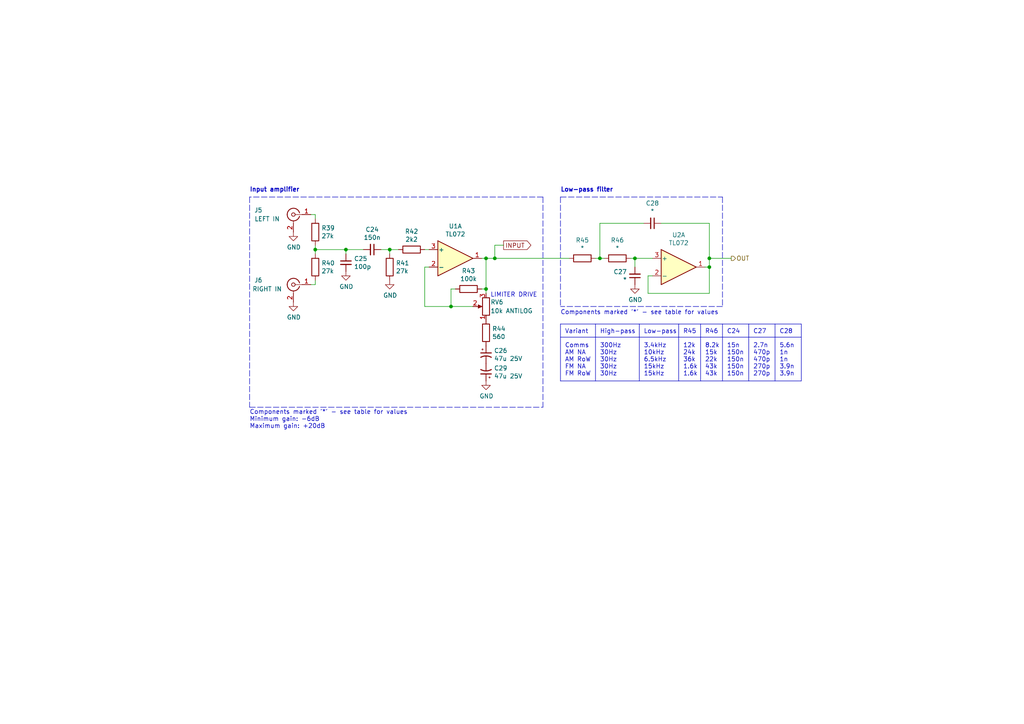
<source format=kicad_sch>
(kicad_sch (version 20211123) (generator eeschema)
  (paper "A4")
  (title_block (title "D4 Damager") (date "2021-01-08") (rev "1") (company "Copyright © 2020 Tarot Systems"))
  (lib_symbols
    (symbol "Amplifier_Operational:TL072" (pin_names (offset 0.127))
      (property "Reference" "U" (at 0 5.08 0))
      (property "Value" "TL072" (at 0 -5.08 0))
      (symbol "TL072_1_1"
        (polyline (pts (xy -5.08 5.08) (xy 5.08 0) (xy -5.08 -5.08) (xy -5.08 5.08)) (stroke (width 0.254)) (fill (type background)))
        (pin output line (at 7.62 0 180) (length 2.54) (name "~") (number "1"))
        (pin input line (at -7.62 -2.54 0) (length 2.54) (name "-") (number "2"))
        (pin input line (at -7.62 2.54 0) (length 2.54) (name "+") (number "3"))
      )
      (symbol "TL072_2_1"
        (polyline (pts (xy -5.08 5.08) (xy 5.08 0) (xy -5.08 -5.08) (xy -5.08 5.08)) (stroke (width 0.254)) (fill (type background)))
        (pin input line (at -7.62 2.54 0) (length 2.54) (name "+") (number "5"))
        (pin input line (at -7.62 -2.54 0) (length 2.54) (name "-") (number "6"))
        (pin output line (at 7.62 0 180) (length 2.54) (name "~") (number "7"))
      )
      (symbol "TL072_3_1"
        (pin power_in line (at -2.54 -7.62 90) (length 3.81) (name "V-") (number "4"))
        (pin power_in line (at -2.54 7.62 270) (length 3.81) (name "V+") (number "8"))
      )
    )
    (symbol "Connector:Conn_Coaxial" (pin_names (offset 1.016) hide)
      (property "Reference" "J" (at 0.254 3.048 0))
      (property "Value" "Conn_Coaxial" (at 2.921 0 90))
      (symbol "Conn_Coaxial_0_1"
        (arc (start -1.778 -0.508) (mid 0.2311 -1.8066) (end 1.778 0) (stroke (width 0.254)))
        (polyline (pts (xy -2.54 0) (xy -0.508 0)))
        (polyline (pts (xy 0 -2.54) (xy 0 -1.778)))
        (circle (center 0 0) (radius 0.508) (stroke (width 0.2032)))
        (arc (start 1.778 0) (mid 0.2099 1.8101) (end -1.778 0.508) (stroke (width 0.254)))
      )
      (symbol "Conn_Coaxial_1_1"
        (pin passive line (at -5.08 0 0) (length 2.54) (name "In") (number "1"))
        (pin passive line (at 0 -5.08 90) (length 2.54) (name "Ext") (number "2"))
      )
    )
    (symbol "Device:C_Small" (pin_numbers hide) (pin_names (offset 0.254) hide)
      (property "Reference" "C" (at 0.254 1.778 0))
      (property "Value" "C_Small" (at 0.254 -2.032 0))
      (symbol "C_Small_0_1"
        (polyline (pts (xy -1.524 -0.508) (xy 1.524 -0.508)) (stroke (width 0.3302)))
        (polyline (pts (xy -1.524 0.508) (xy 1.524 0.508)) (stroke (width 0.3048)))
      )
      (symbol "C_Small_1_1"
        (pin passive line (at 0 2.54 270) (length 2.032) (name "~") (number "1"))
        (pin passive line (at 0 -2.54 90) (length 2.032) (name "~") (number "2"))
      )
    )
    (symbol "Device:R" (pin_numbers hide) (pin_names (offset 0))
      (property "Reference" "R" (at 2.032 0 90))
      (property "Value" "R" (at 0 0 90))
      (symbol "R_0_1"
        (rectangle (start -1.016 -2.54) (end 1.016 2.54) (stroke (width 0.254)))
      )
      (symbol "R_1_1"
        (pin passive line (at 0 3.81 270) (length 1.27) (name "~") (number "1"))
        (pin passive line (at 0 -3.81 90) (length 1.27) (name "~") (number "2"))
      )
    )
    (symbol "amproc-rescue:CP1_Small-Device" (pin_numbers hide) (pin_names (offset 0.254) hide)
      (property "Reference" "C" (at 0.254 1.778 0))
      (property "Value" "CP1_Small-Device" (at 0.254 -2.032 0))
      (symbol "CP1_Small-Device_0_1"
        (polyline (pts (xy -1.524 0.508) (xy 1.524 0.508)) (stroke (width 0.3048)))
        (polyline (pts (xy -1.27 1.524) (xy -0.762 1.524)))
        (polyline (pts (xy -1.016 1.27) (xy -1.016 1.778)))
        (arc (start 1.524 -0.762) (mid 0 -0.3734) (end -1.524 -0.762) (stroke (width 0.3048)))
      )
      (symbol "CP1_Small-Device_1_1"
        (pin passive line (at 0 2.54 270) (length 2.032) (name "~") (number "1"))
        (pin passive line (at 0 -2.54 90) (length 2.032) (name "~") (number "2"))
      )
    )
    (symbol "amproc-rescue:R_POT-Device" (pin_names (offset 1.016) hide)
      (property "Reference" "RV" (at -4.445 0 90))
      (property "Value" "R_POT-Device" (at -2.54 0 90))
      (symbol "R_POT-Device_0_1"
        (polyline (pts (xy 2.54 0) (xy 1.524 0)))
        (polyline (pts (xy 1.143 0) (xy 2.286 0.508) (xy 2.286 -0.508) (xy 1.143 0)) (fill (type outline)))
        (rectangle (start 1.016 2.54) (end -1.016 -2.54) (stroke (width 0.254)))
      )
      (symbol "R_POT-Device_1_1"
        (pin passive line (at 0 3.81 270) (length 1.27) (name "1") (number "1"))
        (pin passive line (at 3.81 0 180) (length 1.27) (name "2") (number "2"))
        (pin passive line (at 0 -3.81 90) (length 1.27) (name "3") (number "3"))
      )
    )
    (symbol "power:GND" (power) (pin_names (offset 0))
      (property "Value" "GND" (at 0 -3.81 0))
      (symbol "GND_0_1"
        (polyline (pts (xy 0 0) (xy 0 -1.27) (xy 1.27 -1.27) (xy 0 -2.54) (xy -1.27 -1.27) (xy 0 -1.27)))
      )
      (symbol "GND_1_1"
        (pin power_in line (at 0 0 270) (length 0) hide (name "GND") (number "1"))
      )
    )
  )
  (junction (at 143.51 74.93))
  (junction (at 140.97 74.93))
  (junction (at 140.97 83.82))
  (junction (at 205.74 77.47))
  (junction (at 100.33 72.39))
  (junction (at 91.44 72.39))
  (junction (at 205.74 74.93))
  (junction (at 184.15 74.93))
  (junction (at 113.03 72.39))
  (junction (at 130.81 88.9))
  (junction (at 173.99 74.93))
  (wire (pts (xy 184.15 74.93) (xy 189.23 74.93)))
  (wire (pts (xy 91.44 72.39) (xy 91.44 73.66)))
  (polyline (pts (xy 209.55 57.15) (xy 209.55 88.9)))
  (wire (pts (xy 91.44 62.23) (xy 91.44 63.5)))
  (wire (pts (xy 205.74 74.93) (xy 205.74 77.47)))
  (polyline (pts (xy 217.17 93.98) (xy 217.17 110.49)) (stroke (width 0) (type solid)))
  (polyline (pts (xy 162.56 110.49) (xy 232.41 110.49)) (stroke (width 0) (type solid)))
  (wire (pts (xy 186.69 64.77) (xy 173.99 64.77)))
  (polyline (pts (xy 162.56 93.98) (xy 232.41 93.98)) (stroke (width 0) (type solid)))
  (polyline (pts (xy 203.2 93.98) (xy 203.2 110.49)) (stroke (width 0) (type solid)))
  (wire (pts (xy 140.97 74.93) (xy 143.51 74.93)))
  (polyline (pts (xy 185.42 93.98) (xy 185.42 110.49)) (stroke (width 0) (type solid)))
  (polyline (pts (xy 224.79 93.98) (xy 224.79 110.49)) (stroke (width 0) (type solid)))
  (wire (pts (xy 191.77 64.77) (xy 205.74 64.77)))
  (wire (pts (xy 90.17 82.55) (xy 91.44 82.55)))
  (wire (pts (xy 113.03 73.66) (xy 113.03 72.39)))
  (wire (pts (xy 91.44 82.55) (xy 91.44 81.28)))
  (wire (pts (xy 143.51 71.12) (xy 143.51 74.93)))
  (wire (pts (xy 123.19 77.47) (xy 124.46 77.47)))
  (polyline (pts (xy 162.56 97.79) (xy 232.41 97.79)) (stroke (width 0) (type solid)))
  (wire (pts (xy 100.33 73.66) (xy 100.33 72.39)))
  (polyline (pts (xy 162.56 57.15) (xy 209.55 57.15)))
  (wire (pts (xy 140.97 83.82) (xy 140.97 85.09)))
  (polyline (pts (xy 196.85 93.98) (xy 196.85 110.49)) (stroke (width 0) (type solid)))
  (wire (pts (xy 100.33 72.39) (xy 105.41 72.39)))
  (polyline (pts (xy 172.72 93.98) (xy 172.72 110.49)) (stroke (width 0) (type solid)))
  (wire (pts (xy 91.44 71.12) (xy 91.44 72.39)))
  (wire (pts (xy 139.7 74.93) (xy 140.97 74.93)))
  (wire (pts (xy 123.19 77.47) (xy 123.19 88.9)))
  (polyline (pts (xy 232.41 93.98) (xy 232.41 110.49)) (stroke (width 0) (type solid)))
  (wire (pts (xy 91.44 72.39) (xy 100.33 72.39)))
  (wire (pts (xy 113.03 72.39) (xy 115.57 72.39)))
  (polyline (pts (xy 157.48 57.15) (xy 157.48 118.11)))
  (polyline (pts (xy 209.55 88.9) (xy 162.56 88.9)))
  (polyline (pts (xy 162.56 110.49) (xy 162.56 93.98)) (stroke (width 0) (type solid)))
  (wire (pts (xy 173.99 74.93) (xy 175.26 74.93)))
  (wire (pts (xy 205.74 74.93) (xy 212.09 74.93)))
  (polyline (pts (xy 209.55 93.98) (xy 209.55 110.49)) (stroke (width 0) (type solid)))
  (polyline (pts (xy 72.39 57.15) (xy 72.39 118.11)))
  (wire (pts (xy 130.81 88.9) (xy 123.19 88.9)))
  (wire (pts (xy 173.99 64.77) (xy 173.99 74.93)))
  (wire (pts (xy 184.15 77.47) (xy 184.15 74.93)))
  (wire (pts (xy 130.81 83.82) (xy 130.81 88.9)))
  (wire (pts (xy 173.99 74.93) (xy 172.72 74.93)))
  (wire (pts (xy 90.17 62.23) (xy 91.44 62.23)))
  (polyline (pts (xy 162.56 57.15) (xy 162.56 88.9)))
  (wire (pts (xy 139.7 83.82) (xy 140.97 83.82)))
  (wire (pts (xy 146.05 71.12) (xy 143.51 71.12)))
  (wire (pts (xy 140.97 74.93) (xy 140.97 83.82)))
  (polyline (pts (xy 157.48 57.15) (xy 72.39 57.15)))
  (wire (pts (xy 132.08 83.82) (xy 130.81 83.82)))
  (wire (pts (xy 187.96 85.09) (xy 205.74 85.09)))
  (wire (pts (xy 189.23 80.01) (xy 187.96 80.01)))
  (wire (pts (xy 205.74 77.47) (xy 204.47 77.47)))
  (wire (pts (xy 124.46 72.39) (xy 123.19 72.39)))
  (wire (pts (xy 137.16 88.9) (xy 130.81 88.9)))
  (wire (pts (xy 187.96 80.01) (xy 187.96 85.09)))
  (wire (pts (xy 182.88 74.93) (xy 184.15 74.93)))
  (wire (pts (xy 143.51 74.93) (xy 165.1 74.93)))
  (wire (pts (xy 205.74 85.09) (xy 205.74 77.47)))
  (wire (pts (xy 205.74 64.77) (xy 205.74 74.93)))
  (polyline (pts (xy 72.39 118.11) (xy 157.48 118.11)))
  (wire (pts (xy 110.49 72.39) (xy 113.03 72.39)))
  (text "C24\n\n15n\n150n\n150n\n150n\n150n" (at 210.82 109.22 0) (effects (font (size 1.27 1.27)) (justify left bottom)))
  (text "LIMITER DRIVE" (at 142.24 86.36 0) (effects (font (size 1.27 1.27)) (justify left bottom)))
  (text "C28\n\n5.6n\n1n\n1n\n3.9n\n3.9n" (at 226.06 109.22 0) (effects (font (size 1.27 1.27)) (justify left bottom)))
  (text "R46\n\n8.2k\n15k\n22k\n43k\n43k" (at 204.47 109.22 0) (effects (font (size 1.27 1.27)) (justify left bottom)))
  (text "Variant\n\nComms\nAM NA\nAM RoW\nFM NA\nFM RoW" (at 163.83 109.22 0) (effects (font (size 1.27 1.27)) (justify left bottom)))
  (text "Low-pass filter" (at 162.56 55.88 0) (effects (font (size 1.27 1.27) (thickness 0.254) bold) (justify left bottom)))
  (text "C27\n\n2.7n\n470p\n470p\n270p\n270p" (at 218.44 109.22 0) (effects (font (size 1.27 1.27)) (justify left bottom)))
  (text "Components marked '*' - see table for values\nMinimum gain: -6dB\nMaximum gain: +20dB" (at 72.39 124.46 0) (effects (font (size 1.27 1.27)) (justify left bottom)))
  (text "Low-pass\n\n3.4kHz\n10kHz\n6.5kHz\n15kHz\n15kHz" (at 186.69 109.22 0) (effects (font (size 1.27 1.27)) (justify left bottom)))
  (text "Components marked '*' - see table for values" (at 162.56 91.44 0) (effects (font (size 1.27 1.27)) (justify left bottom)))
  (text "High-pass\n\n300Hz\n30Hz\n30Hz\n30Hz\n30Hz" (at 173.99 109.22 0) (effects (font (size 1.27 1.27)) (justify left bottom)))
  (text "Input amplifier" (at 72.39 55.88 0) (effects (font (size 1.27 1.27) (thickness 0.254) bold) (justify left bottom)))
  (text "R45\n\n12k\n24k\n36k\n1.6k\n1.6k" (at 198.12 109.22 0) (effects (font (size 1.27 1.27)) (justify left bottom)))
  (global_label "INPUT" (shape output) (at 146.05 71.12 0) (property "Intersheet References" "${INTERSHEET_REFS}" (effects hide)))
  (hierarchical_label "OUT" (shape output) (at 212.09 74.93 0))
  (symbol (lib_id "Connector:Conn_Coaxial") (at 85.09 62.23 0) (mirror y) (unit 1)
    (property "Reference" "J5" (at 74.93 60.96 0))
    (property "Value" "LEFT IN" (at 77.47 63.5 0))
    (property "Footprint" "amproc:NYS354" (effects hide))
    (property "Datasheet" " ~" (effects hide))
  )
  (symbol (lib_id "Connector:Conn_Coaxial") (at 85.09 82.55 0) (mirror y) (unit 1)
    (property "Reference" "J6" (at 74.93 81.28 0))
    (property "Value" "RIGHT IN" (at 77.47 83.82 0))
    (property "Footprint" "amproc:NYS354" (effects hide))
    (property "Datasheet" " ~" (effects hide))
  )
  (symbol (lib_id "power:GND") (at 85.09 67.31 0) (unit 1)
    (property "Reference" "#PWR038" (effects hide))
    (property "Value" "GND" (at 85.217 71.7042 0))
  )
  (symbol (lib_id "power:GND") (at 85.09 87.63 0) (unit 1)
    (property "Reference" "#PWR039" (effects hide))
    (property "Value" "GND" (at 85.217 92.0242 0))
  )
  (symbol (lib_id "Device:R") (at 91.44 67.31 0) (unit 1)
    (property "Reference" "R39" (at 93.218 66.1416 0) (effects (justify left)))
    (property "Value" "27k" (at 93.218 68.453 0) (effects (justify left)))
    (property "Footprint" "amproc:R_Axial_DIN0207_L6.3mm_D2.5mm_P7.62mm_Horizontal_FabText" (effects hide))
  )
  (symbol (lib_id "Device:R") (at 91.44 77.47 0) (unit 1)
    (property "Reference" "R40" (at 93.218 76.3016 0) (effects (justify left)))
    (property "Value" "27k" (at 93.218 78.613 0) (effects (justify left)))
    (property "Footprint" "amproc:R_Axial_DIN0207_L6.3mm_D2.5mm_P7.62mm_Horizontal_FabText" (effects hide))
  )
  (symbol (lib_id "Device:C_Small") (at 107.95 72.39 270) (unit 1)
    (property "Reference" "C24" (at 107.95 66.5734 90))
    (property "Value" "150n" (at 107.95 68.8848 90))
    (property "Footprint" "Capacitors_THT:C_Rect_L7.2mm_W2.5mm_P5.00mm_FKS2_FKP2_MKS2_MKP2" (effects hide))
  )
  (symbol (lib_id "Device:R") (at 113.03 77.47 0) (unit 1)
    (property "Reference" "R41" (at 114.808 76.3016 0) (effects (justify left)))
    (property "Value" "27k" (at 114.808 78.613 0) (effects (justify left)))
    (property "Footprint" "amproc:R_Axial_DIN0207_L6.3mm_D2.5mm_P7.62mm_Horizontal_FabText" (effects hide))
  )
  (symbol (lib_id "Device:C_Small") (at 100.33 76.2 0) (unit 1)
    (property "Reference" "C25" (at 102.6668 75.0316 0) (effects (justify left)))
    (property "Value" "100p" (at 102.6668 77.343 0) (effects (justify left)))
    (property "Footprint" "Capacitors_THT:C_Disc_D5.0mm_W2.5mm_P2.50mm" (effects hide))
  )
  (symbol (lib_id "power:GND") (at 113.03 81.28 0) (unit 1)
    (property "Reference" "#PWR040" (effects hide))
    (property "Value" "GND" (at 113.157 85.6742 0))
  )
  (symbol (lib_id "power:GND") (at 100.33 78.74 0) (unit 1)
    (property "Reference" "#PWR041" (effects hide))
    (property "Value" "GND" (at 100.457 83.1342 0))
  )
  (symbol (lib_id "Amplifier_Operational:TL072") (at 132.08 74.93 0) (unit 1)
    (property "Reference" "U1" (at 132.08 65.6082 0))
    (property "Value" "TL072" (at 132.08 67.9196 0))
    (property "Footprint" "Housings_DIP:DIP-8_W7.62mm_LongPads" (effects hide))
    (property "Datasheet" "http://www.ti.com/lit/ds/symlink/tl071.pdf" (effects hide))
  )
  (symbol (lib_id "Device:R") (at 119.38 72.39 270) (unit 1)
    (property "Reference" "R42" (at 119.38 67.1322 90))
    (property "Value" "2k2" (at 119.38 69.4436 90))
    (property "Footprint" "amproc:R_Axial_DIN0207_L6.3mm_D2.5mm_P7.62mm_Horizontal_FabText" (effects hide))
  )
  (symbol (lib_id "amproc-rescue:R_POT-Device") (at 140.97 88.9 180) (unit 1)
    (property "Reference" "RV6" (at 142.24 87.63 0) (effects (justify right)))
    (property "Value" "10k ANTILOG" (at 142.24 90.17 0) (effects (justify right)))
    (property "Footprint" "amproc:PTD901-15K" (effects hide))
  )
  (symbol (lib_id "Device:R") (at 140.97 96.52 0) (unit 1)
    (property "Reference" "R44" (at 142.748 95.3516 0) (effects (justify left)))
    (property "Value" "560" (at 142.748 97.663 0) (effects (justify left)))
    (property "Footprint" "amproc:R_Axial_DIN0207_L6.3mm_D2.5mm_P7.62mm_Horizontal_FabText" (effects hide))
  )
  (symbol (lib_id "Device:R") (at 135.89 83.82 270) (unit 1)
    (property "Reference" "R43" (at 135.89 78.5622 90))
    (property "Value" "100k" (at 135.89 80.8736 90))
    (property "Footprint" "amproc:R_Axial_DIN0207_L6.3mm_D2.5mm_P7.62mm_Horizontal_FabText" (effects hide))
  )
  (symbol (lib_id "Amplifier_Operational:TL072") (at 196.85 77.47 0) (unit 1)
    (property "Reference" "U2" (at 196.85 68.1482 0))
    (property "Value" "TL072" (at 196.85 70.4596 0))
    (property "Footprint" "Housings_DIP:DIP-8_W7.62mm_LongPads" (effects hide))
    (property "Datasheet" "http://www.ti.com/lit/ds/symlink/tl071.pdf" (effects hide))
  )
  (symbol (lib_id "Device:C_Small") (at 184.15 80.01 0) (mirror x) (unit 1)
    (property "Reference" "C27" (at 181.8386 78.8416 0) (effects (justify right)))
    (property "Value" "*" (at 181.8386 81.153 0) (effects (justify right)))
    (property "Footprint" "Capacitors_THT:C_Rect_L7.2mm_W2.5mm_P5.00mm_FKS2_FKP2_MKS2_MKP2" (effects hide))
  )
  (symbol (lib_id "amproc-rescue:CP1_Small-Device") (at 140.97 102.87 0) (unit 1)
    (property "Reference" "C26" (at 143.2814 101.7016 0) (effects (justify left)))
    (property "Value" "47u 25V" (at 143.2814 104.013 0) (effects (justify left)))
    (property "Footprint" "Capacitors_THT:CP_Radial_D5.0mm_P2.00mm" (effects hide))
  )
  (symbol (lib_id "power:GND") (at 184.15 82.55 0) (unit 1)
    (property "Reference" "#PWR043" (effects hide))
    (property "Value" "GND" (at 184.277 86.9442 0))
  )
  (symbol (lib_id "amproc-rescue:CP1_Small-Device") (at 140.97 107.95 180) (unit 1)
    (property "Reference" "C29" (at 143.2814 106.7816 0) (effects (justify right)))
    (property "Value" "47u 25V" (at 143.2814 109.093 0) (effects (justify right)))
    (property "Footprint" "Capacitors_THT:CP_Radial_D5.0mm_P2.00mm" (effects hide))
  )
  (symbol (lib_id "power:GND") (at 140.97 110.49 0) (unit 1)
    (property "Reference" "#PWR012" (effects hide))
    (property "Value" "GND" (at 141.097 114.8842 0))
  )
  (symbol (lib_id "Device:R") (at 179.07 74.93 270) (unit 1)
    (property "Reference" "R46" (at 179.07 69.6722 90))
    (property "Value" "*" (at 179.07 71.9836 90))
    (property "Footprint" "amproc:R_Axial_DIN0207_L6.3mm_D2.5mm_P7.62mm_Horizontal_FabText" (effects hide))
  )
  (symbol (lib_id "Device:C_Small") (at 189.23 64.77 270) (unit 1)
    (property "Reference" "C28" (at 189.23 58.9534 90))
    (property "Value" "*" (at 189.23 61.2648 90))
    (property "Footprint" "Capacitors_THT:C_Rect_L7.2mm_W2.5mm_P5.00mm_FKS2_FKP2_MKS2_MKP2" (effects hide))
  )
  (symbol (lib_id "Device:R") (at 168.91 74.93 270) (unit 1)
    (property "Reference" "R45" (at 168.91 69.6722 90))
    (property "Value" "*" (at 168.91 71.9836 90))
    (property "Footprint" "amproc:R_Axial_DIN0207_L6.3mm_D2.5mm_P7.62mm_Horizontal_FabText" (effects hide))
  )
)
</source>
